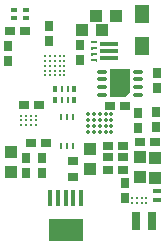
<source format=gtp>
G04 DipTrace 2.4.0.2*
%INUSBBiPowerOTG.gtp*%
%MOMM*%
%ADD26C,0.27*%
%ADD30C,0.22*%
%ADD44R,1.0X1.1*%
%ADD45R,1.1X1.0*%
%ADD46R,0.7X0.9*%
%ADD47R,0.9X0.7*%
%ADD48R,0.7X0.4*%
%ADD51R,1.2X1.5*%
%ADD52R,0.9X0.75*%
%ADD54R,0.25X0.6*%
%ADD55R,0.75X0.9*%
%ADD56R,0.65X1.6*%
%ADD58R,0.5X0.4*%
%ADD60R,0.36X0.5*%
%ADD61R,0.25X0.5*%
%ADD63C,0.23*%
%ADD67C,0.11*%
%ADD69R,0.6X0.25*%
%ADD70O,0.6X0.25*%
%ADD71R,1.64X0.44*%
%ADD74O,1.0X0.35*%
%ADD77C,0.35*%
%ADD85R,0.4X1.35*%
%ADD87R,2.9X1.9*%
%FSLAX53Y53*%
G04*
G71*
G90*
G75*
G01*
%LNTopPaste*%
%LPD*%
D44*
X25031Y15805D3*
Y17505D3*
D45*
X20503Y28312D3*
X18803D3*
X21685Y29532D3*
X19985D3*
D44*
X23735Y17543D3*
Y15843D3*
D46*
X25089Y20095D3*
Y21395D3*
D47*
X22332Y18506D3*
X21032D3*
X23723Y18825D3*
X25023D3*
X22464Y21907D3*
X21164D3*
D46*
X18671Y25756D3*
Y27056D3*
X16043Y27360D3*
Y28660D3*
X23600Y19999D3*
Y21299D3*
D47*
X13901Y22003D3*
X15201D3*
D44*
X12787Y18022D3*
Y16322D3*
X19532Y16579D3*
Y18279D3*
D47*
X21017Y16483D3*
X22317D3*
D48*
X25144Y13955D3*
Y14655D3*
D47*
X15796Y18760D3*
X14496D3*
D51*
X23935Y29651D3*
Y26951D3*
D52*
X18105Y17255D3*
Y15855D3*
D54*
X18054Y20983D3*
X17554D3*
X17054D3*
Y18483D3*
X17554D3*
X18054D3*
D55*
X14070Y16231D3*
X15470D3*
X14062Y17528D3*
X15462D3*
D56*
X23423Y12153D3*
X24773D3*
D46*
X25196Y23386D3*
Y24686D3*
D58*
X13049Y30056D3*
Y29356D3*
X14049D3*
Y30056D3*
D47*
X12706Y28282D3*
X14006D3*
D46*
X12573Y25682D3*
Y26982D3*
D60*
X16571Y22367D3*
D61*
X17126D3*
X17626D3*
D60*
X18181D3*
Y23367D3*
D61*
X17626D3*
X17126D3*
D60*
X16570D3*
D46*
X22435Y15367D3*
Y14067D3*
D47*
X21026Y17589D3*
X22326D3*
D63*
X23088Y13666D3*
Y14066D3*
X23488Y13666D3*
Y14066D3*
X23888Y13666D3*
Y14066D3*
X24288Y13666D3*
Y14066D3*
X19564Y26783D2*
D67*
Y26787D1*
Y26790D1*
X19565Y26793D1*
X19566Y26797D1*
X19567Y26800D1*
X19568Y26803D1*
X19570Y26807D1*
X19571Y26810D1*
X19573Y26812D1*
X19575Y26815D1*
X19578Y26818D1*
X19580Y26820D1*
X19583Y26822D1*
X19586Y26824D1*
X19589Y26826D1*
X19592Y26828D1*
X19595Y26829D1*
X19598Y26831D1*
X19602Y26832D1*
X19605D1*
X19608Y26833D1*
X19612D1*
X19615D1*
X19619D1*
X19622Y26832D1*
X19626D1*
X19629Y26831D1*
X19632Y26829D1*
X19636Y26828D1*
X19639Y26826D1*
X19642Y26824D1*
X19644Y26822D1*
X19647Y26820D1*
X19650Y26818D1*
X19652Y26815D1*
X19654Y26812D1*
X19656Y26810D1*
X19658Y26807D1*
X19659Y26803D1*
X19661Y26800D1*
X19662Y26797D1*
X19663Y26793D1*
Y26790D1*
X19664Y26787D1*
Y26783D1*
Y26780D1*
X19663Y26776D1*
Y26773D1*
X19662Y26769D1*
X19661Y26766D1*
X19659Y26763D1*
X19658Y26760D1*
X19656Y26757D1*
X19654Y26754D1*
X19652Y26751D1*
X19650Y26748D1*
X19647Y26746D1*
X19644Y26744D1*
X19642Y26742D1*
X19639Y26740D1*
X19636Y26738D1*
X19632Y26737D1*
X19629Y26736D1*
X19626Y26735D1*
X19622Y26734D1*
X19619Y26733D1*
X19615D1*
X19612D1*
X19608D1*
X19605Y26734D1*
X19602Y26735D1*
X19598Y26736D1*
X19595Y26737D1*
X19592Y26738D1*
X19589Y26740D1*
X19586Y26742D1*
X19583Y26744D1*
X19580Y26746D1*
X19578Y26748D1*
X19575Y26751D1*
X19573Y26754D1*
X19571Y26757D1*
X19570Y26760D1*
X19568Y26763D1*
X19567Y26766D1*
X19566Y26769D1*
X19565Y26773D1*
X19564Y26776D1*
Y26780D1*
Y26783D1*
X19954D2*
G02X19954Y26783I50J0D01*
G01*
X19564Y26283D2*
Y26287D1*
Y26290D1*
X19565Y26293D1*
X19566Y26297D1*
X19567Y26300D1*
X19568Y26303D1*
X19570Y26307D1*
X19571Y26310D1*
X19573Y26312D1*
X19575Y26315D1*
X19578Y26318D1*
X19580Y26320D1*
X19583Y26322D1*
X19586Y26324D1*
X19589Y26326D1*
X19592Y26328D1*
X19595Y26329D1*
X19598Y26331D1*
X19602Y26332D1*
X19605D1*
X19608Y26333D1*
X19612D1*
X19615D1*
X19619D1*
X19622Y26332D1*
X19626D1*
X19629Y26331D1*
X19632Y26329D1*
X19636Y26328D1*
X19639Y26326D1*
X19642Y26324D1*
X19644Y26322D1*
X19647Y26320D1*
X19650Y26318D1*
X19652Y26315D1*
X19654Y26312D1*
X19656Y26310D1*
X19658Y26307D1*
X19659Y26303D1*
X19661Y26300D1*
X19662Y26297D1*
X19663Y26293D1*
Y26290D1*
X19664Y26287D1*
Y26283D1*
Y26280D1*
X19663Y26276D1*
Y26273D1*
X19662Y26269D1*
X19661Y26266D1*
X19659Y26263D1*
X19658Y26260D1*
X19656Y26257D1*
X19654Y26254D1*
X19652Y26251D1*
X19650Y26248D1*
X19647Y26246D1*
X19644Y26244D1*
X19642Y26242D1*
X19639Y26240D1*
X19636Y26238D1*
X19632Y26237D1*
X19629Y26236D1*
X19626Y26235D1*
X19622Y26234D1*
X19619Y26233D1*
X19615D1*
X19612D1*
X19608D1*
X19605Y26234D1*
X19602Y26235D1*
X19598Y26236D1*
X19595Y26237D1*
X19592Y26238D1*
X19589Y26240D1*
X19586Y26242D1*
X19583Y26244D1*
X19580Y26246D1*
X19578Y26248D1*
X19575Y26251D1*
X19573Y26254D1*
X19571Y26257D1*
X19570Y26260D1*
X19568Y26263D1*
X19567Y26266D1*
X19566Y26269D1*
X19565Y26273D1*
X19564Y26276D1*
Y26280D1*
Y26283D1*
X19953D2*
G02X19953Y26283I50J0D01*
G01*
X19564Y25783D2*
G02X19564Y25783I50J0D01*
G01*
X19954D2*
Y25787D1*
Y25790D1*
X19955Y25794D1*
X19956Y25797D1*
X19957Y25800D1*
X19958Y25804D1*
X19960Y25807D1*
X19961Y25810D1*
X19963Y25813D1*
X19965Y25815D1*
X19968Y25818D1*
X19970Y25820D1*
X19973Y25823D1*
X19976Y25825D1*
X19979Y25827D1*
X19982Y25828D1*
X19985Y25830D1*
X19988Y25831D1*
X19992Y25832D1*
X19995D1*
X19998Y25833D1*
X20002D1*
X20005D1*
X20009D1*
X20012Y25832D1*
X20016D1*
X20019Y25831D1*
X20022Y25830D1*
X20025Y25828D1*
X20029Y25827D1*
X20031Y25825D1*
X20034Y25823D1*
X20037Y25820D1*
X20039Y25818D1*
X20042Y25815D1*
X20044Y25813D1*
X20046Y25810D1*
X20048Y25807D1*
X20049Y25804D1*
X20050Y25800D1*
X20052Y25797D1*
Y25794D1*
X20053Y25790D1*
Y25787D1*
Y25783D1*
Y25780D1*
Y25776D1*
X20052Y25773D1*
Y25769D1*
X20050Y25766D1*
X20049Y25763D1*
X20048Y25760D1*
X20046Y25757D1*
X20044Y25754D1*
X20042Y25751D1*
X20039Y25748D1*
X20037Y25746D1*
X20034Y25744D1*
X20031Y25742D1*
X20029Y25740D1*
X20025Y25738D1*
X20022Y25737D1*
X20019Y25736D1*
X20016Y25735D1*
X20012Y25734D1*
X20009Y25733D1*
X20005D1*
X20002D1*
X19998D1*
X19995Y25734D1*
X19992Y25735D1*
X19988Y25736D1*
X19985Y25737D1*
X19982Y25738D1*
X19979Y25740D1*
X19976Y25742D1*
X19973Y25744D1*
X19970Y25746D1*
X19968Y25748D1*
X19965Y25751D1*
X19963Y25754D1*
X19961Y25757D1*
X19960Y25760D1*
X19958Y25763D1*
X19957Y25766D1*
X19956Y25769D1*
X19955Y25773D1*
X19954Y25776D1*
Y25780D1*
Y25783D1*
D69*
X19809Y27283D3*
D70*
Y26783D3*
Y26283D3*
Y25783D3*
D71*
X21159Y25933D3*
Y26533D3*
Y27133D3*
D74*
X23590Y22843D3*
Y23493D3*
Y24143D3*
Y24793D3*
X20490D3*
Y24143D3*
Y23493D3*
Y22843D3*
G36*
X21215Y25018D2*
X22865D1*
Y23056D1*
X22520Y22618D1*
X21215D1*
Y25018D1*
G37*
D77*
X19328Y21201D3*
X19828D3*
X20328D3*
X20828D3*
X21328D3*
X19328Y20701D3*
X19828D3*
X20328D3*
X20828D3*
X21328D3*
X19328Y20201D3*
X19828D3*
X20328D3*
X20828D3*
X21328D3*
X19328Y19701D3*
X19828D3*
X20328D3*
X20828D3*
X21328D3*
D26*
X17333Y26087D3*
Y25687D3*
Y25287D3*
Y24887D3*
Y24487D3*
X16933Y26087D3*
Y25687D3*
Y25287D3*
Y24887D3*
Y24487D3*
X16533Y26087D3*
Y25687D3*
Y25287D3*
Y24887D3*
Y24487D3*
X16133Y26087D3*
Y25687D3*
Y25287D3*
Y24887D3*
Y24487D3*
X15733Y26087D3*
Y25687D3*
Y25287D3*
Y24887D3*
Y24487D3*
D30*
X13701Y21080D3*
Y20680D3*
Y20280D3*
X14101Y21080D3*
Y20680D3*
Y20280D3*
X14501Y21080D3*
Y20680D3*
Y20280D3*
X14901Y21080D3*
Y20680D3*
Y20280D3*
D85*
X16144Y14077D3*
X16794D3*
X17444D3*
X18094D3*
X18744D3*
D87*
X17444Y11402D3*
M02*

</source>
